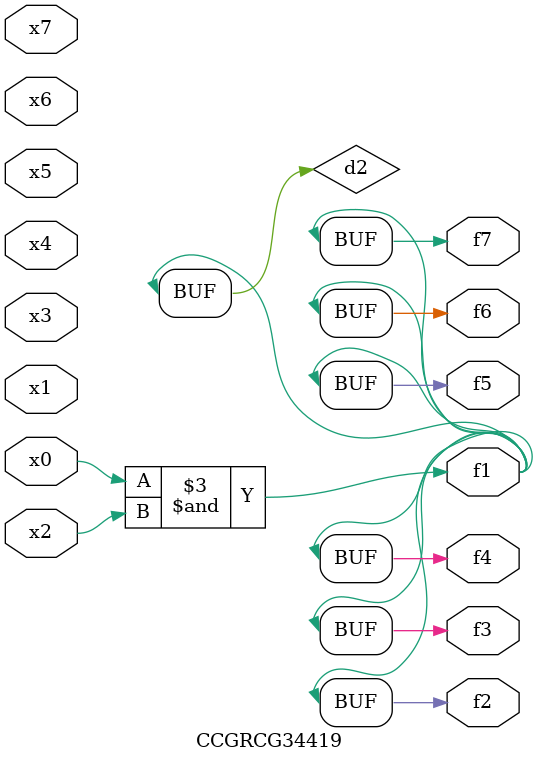
<source format=v>
module CCGRCG34419(
	input x0, x1, x2, x3, x4, x5, x6, x7,
	output f1, f2, f3, f4, f5, f6, f7
);

	wire d1, d2;

	nor (d1, x3, x6);
	and (d2, x0, x2);
	assign f1 = d2;
	assign f2 = d2;
	assign f3 = d2;
	assign f4 = d2;
	assign f5 = d2;
	assign f6 = d2;
	assign f7 = d2;
endmodule

</source>
